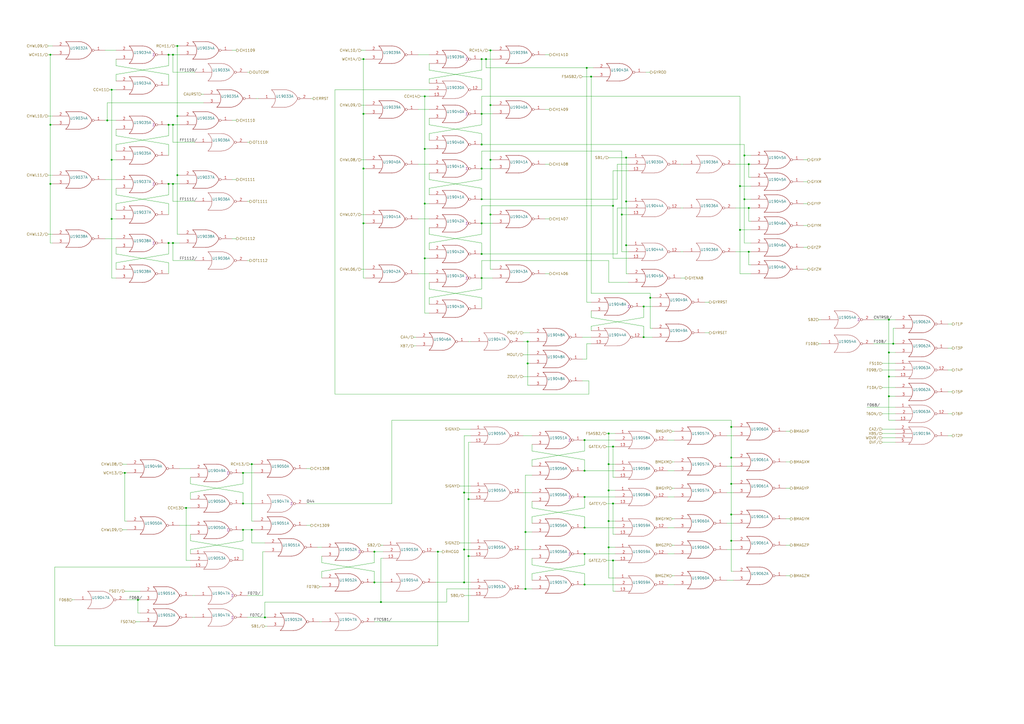
<source format=kicad_sch>
(kicad_sch (version 20211123) (generator eeschema)
  (paper "A2")
  (junction (at 217.17 337.82))
  (junction (at 269.24 337.82))
  (junction (at 29.21 72.39))
  (junction (at 140.97 292.1))
  (junction (at 360.68 124.46))
  (junction (at 339.09 273.05))
  (junction (at 271.78 322.58))
  (junction (at 64.77 92.71))
  (junction (at 100.33 140.97))
  (junction (at 97.79 140.97))
  (junction (at 210.82 97.79))
  (junction (at 29.21 106.68))
  (junction (at 281.94 34.29))
  (junction (at 353.06 251.46))
  (junction (at 340.36 39.37))
  (junction (at 363.22 116.84))
  (junction (at 100.33 31.75))
  (junction (at 279.4 97.79))
  (junction (at 279.4 161.29))
  (junction (at 353.06 284.48))
  (junction (at 377.19 172.72))
  (junction (at 217.17 320.04))
  (junction (at 107.95 294.64))
  (junction (at 279.4 129.54))
  (junction (at 353.06 302.26))
  (junction (at 100.33 106.68))
  (junction (at 373.38 177.8))
  (junction (at 146.05 269.24))
  (junction (at 431.8 115.57))
  (junction (at 220.98 349.25))
  (junction (at 246.38 149.86))
  (junction (at 29.21 31.75))
  (junction (at 62.23 69.85))
  (junction (at 515.62 218.44))
  (junction (at 515.62 229.87))
  (junction (at 100.33 72.39))
  (junction (at 424.18 280.67))
  (junction (at 102.87 101.6))
  (junction (at 339.09 288.29))
  (junction (at 246.38 86.36))
  (junction (at 153.67 358.14))
  (junction (at 140.97 274.32))
  (junction (at 210.82 129.54))
  (junction (at 279.4 34.29))
  (junction (at 97.79 106.68))
  (junction (at 355.6 259.08))
  (junction (at 279.4 147.32))
  (junction (at 304.8 341.63))
  (junction (at 279.4 115.57))
  (junction (at 515.62 185.42))
  (junction (at 279.4 83.82))
  (junction (at 424.18 313.69))
  (junction (at 284.48 29.21))
  (junction (at 515.62 204.47))
  (junction (at 210.82 66.04))
  (junction (at 246.38 118.11))
  (junction (at 102.87 67.31))
  (junction (at 269.24 318.77))
  (junction (at 339.09 339.09))
  (junction (at 424.18 298.45))
  (junction (at 434.34 120.65))
  (junction (at 306.07 198.12))
  (junction (at 64.77 127))
  (junction (at 271.78 289.56))
  (junction (at 254 320.04))
  (junction (at 284.48 60.96))
  (junction (at 373.38 195.58))
  (junction (at 434.34 95.25))
  (junction (at 353.06 317.5))
  (junction (at 431.8 90.17))
  (junction (at 518.16 199.39))
  (junction (at 97.79 72.39))
  (junction (at 355.6 292.1))
  (junction (at 339.09 306.07))
  (junction (at 429.26 107.95))
  (junction (at 434.34 146.05))
  (junction (at 269.24 285.75))
  (junction (at 80.01 347.98))
  (junction (at 339.09 255.27))
  (junction (at 284.48 92.71))
  (junction (at 279.4 66.04))
  (junction (at 342.9 44.45))
  (junction (at 339.09 321.31))
  (junction (at 72.39 274.32))
  (junction (at 246.38 55.88))
  (junction (at 353.06 269.24))
  (junction (at 424.18 247.65))
  (junction (at 64.77 52.07))
  (junction (at 355.6 119.38))
  (junction (at 210.82 34.29))
  (junction (at 424.18 265.43))
  (junction (at 304.8 308.61))
  (junction (at 429.26 133.35))
  (junction (at 140.97 307.34))
  (junction (at 284.48 124.46))
  (junction (at 306.07 210.82))
  (junction (at 363.22 142.24))
  (junction (at 355.6 325.12))
  (junction (at 146.05 307.34))
  (junction (at 97.79 31.75))
  (junction (at 102.87 26.67))
  (junction (at 363.22 91.44))
  (wire (pts (xy 64.77 127) (xy 67.31 127)))
  (wire (pts (xy 353.06 163.83) (xy 364.49 163.83)))
  (wire (pts (xy 518.16 190.5) (xy 518.16 199.39)))
  (wire (pts (xy 279.4 129.54) (xy 285.75 129.54)))
  (wire (pts (xy 308.61 290.83) (xy 308.61 294.64)))
  (wire (pts (xy 246.38 118.11) (xy 246.38 149.86)))
  (wire (pts (xy 210.82 34.29) (xy 210.82 66.04)))
  (wire (pts (xy 397.51 161.29) (xy 394.97 161.29)))
  (wire (pts (xy 269.24 252.73) (xy 269.24 285.75)))
  (wire (pts (xy 303.53 193.04) (xy 307.34 193.04)))
  (wire (pts (xy 377.19 172.72) (xy 378.46 172.72)))
  (wire (pts (xy 339.09 261.62) (xy 308.61 266.7)))
  (wire (pts (xy 519.43 236.22) (xy 502.92 236.22)))
  (wire (pts (xy 97.79 113.03) (xy 67.31 118.11)))
  (wire (pts (xy 104.14 271.78) (xy 110.49 271.78)))
  (wire (pts (xy 29.21 140.97) (xy 30.48 140.97)))
  (wire (pts (xy 279.4 55.88) (xy 429.26 55.88)))
  (wire (pts (xy 97.79 106.68) (xy 100.33 106.68)))
  (wire (pts (xy 72.39 342.9) (xy 81.28 342.9)))
  (wire (pts (xy 64.77 161.29) (xy 67.31 161.29)))
  (wire (pts (xy 363.22 158.75) (xy 364.49 158.75)))
  (wire (pts (xy 246.38 149.86) (xy 246.38 181.61)))
  (wire (pts (xy 519.43 251.46) (xy 511.81 251.46)))
  (wire (pts (xy 339.09 255.27) (xy 356.87 255.27)))
  (wire (pts (xy 153.67 358.14) (xy 153.67 349.25)))
  (wire (pts (xy 279.4 55.88) (xy 279.4 66.04)))
  (wire (pts (xy 424.18 247.65) (xy 424.18 265.43)))
  (wire (pts (xy 62.23 69.85) (xy 67.31 69.85)))
  (wire (pts (xy 29.21 106.68) (xy 30.48 106.68)))
  (wire (pts (xy 353.06 91.44) (xy 363.22 91.44)))
  (wire (pts (xy 279.4 172.72) (xy 248.92 167.64)))
  (wire (pts (xy 303.53 218.44) (xy 307.34 218.44)))
  (wire (pts (xy 271.78 322.58) (xy 271.78 360.68)))
  (wire (pts (xy 424.18 298.45) (xy 424.18 313.69)))
  (wire (pts (xy 146.05 307.34) (xy 146.05 314.96)))
  (wire (pts (xy 102.87 101.6) (xy 102.87 135.89)))
  (wire (pts (xy 269.24 318.77) (xy 269.24 337.82)))
  (wire (pts (xy 431.8 115.57) (xy 435.61 115.57)))
  (wire (pts (xy 97.79 140.97) (xy 100.33 140.97)))
  (wire (pts (xy 377.19 190.5) (xy 378.46 190.5)))
  (wire (pts (xy 387.35 255.27) (xy 391.16 255.27)))
  (wire (pts (xy 97.79 158.75) (xy 97.79 152.4)))
  (wire (pts (xy 29.21 72.39) (xy 29.21 106.68)))
  (wire (pts (xy 342.9 170.18) (xy 377.19 170.18)))
  (wire (pts (xy 209.55 60.96) (xy 212.09 60.96)))
  (wire (pts (xy 194.31 52.07) (xy 248.92 52.07)))
  (wire (pts (xy 304.8 308.61) (xy 304.8 341.63)))
  (wire (pts (xy 41.91 347.98) (xy 43.18 347.98)))
  (wire (pts (xy 552.45 201.93) (xy 549.91 201.93)))
  (wire (pts (xy 97.79 31.75) (xy 100.33 31.75)))
  (wire (pts (xy 424.18 313.69) (xy 424.18 331.47)))
  (wire (pts (xy 140.97 274.32) (xy 140.97 280.67)))
  (wire (pts (xy 107.95 294.64) (xy 107.95 325.12)))
  (wire (pts (xy 391.16 250.19) (xy 389.89 250.19)))
  (wire (pts (xy 515.62 218.44) (xy 515.62 229.87)))
  (wire (pts (xy 29.21 106.68) (xy 29.21 140.97)))
  (wire (pts (xy 217.17 326.39) (xy 186.69 331.47)))
  (wire (pts (xy 363.22 116.84) (xy 363.22 142.24)))
  (wire (pts (xy 180.34 304.8) (xy 177.8 304.8)))
  (wire (pts (xy 248.92 109.22) (xy 248.92 113.03)))
  (wire (pts (xy 377.19 172.72) (xy 377.19 190.5)))
  (wire (pts (xy 355.6 119.38) (xy 355.6 149.86)))
  (wire (pts (xy 248.92 140.97) (xy 248.92 144.78)))
  (wire (pts (xy 80.01 347.98) (xy 80.01 355.6)))
  (wire (pts (xy 363.22 142.24) (xy 363.22 158.75)))
  (wire (pts (xy 279.4 77.47) (xy 248.92 72.39)))
  (wire (pts (xy 284.48 29.21) (xy 284.48 60.96)))
  (wire (pts (xy 271.78 256.54) (xy 271.78 289.56)))
  (wire (pts (xy 304.8 308.61) (xy 308.61 308.61)))
  (wire (pts (xy 552.45 240.03) (xy 549.91 240.03)))
  (wire (pts (xy 342.9 184.15) (xy 342.9 180.34)))
  (wire (pts (xy 373.38 195.58) (xy 378.46 195.58)))
  (wire (pts (xy 340.36 39.37) (xy 340.36 175.26)))
  (wire (pts (xy 308.61 323.85) (xy 308.61 327.66)))
  (wire (pts (xy 394.97 95.25) (xy 396.24 95.25)))
  (wire (pts (xy 72.39 274.32) (xy 72.39 302.26)))
  (wire (pts (xy 246.38 86.36) (xy 246.38 118.11)))
  (wire (pts (xy 337.82 195.58) (xy 342.9 195.58)))
  (wire (pts (xy 64.77 127) (xy 64.77 161.29)))
  (wire (pts (xy 387.35 288.29) (xy 391.16 288.29)))
  (wire (pts (xy 102.87 101.6) (xy 104.14 101.6)))
  (wire (pts (xy 424.18 243.84) (xy 424.18 247.65)))
  (wire (pts (xy 269.24 285.75) (xy 269.24 318.77)))
  (wire (pts (xy 97.79 106.68) (xy 97.79 113.03)))
  (wire (pts (xy 318.77 127) (xy 316.23 127)))
  (wire (pts (xy 209.55 124.46) (xy 212.09 124.46)))
  (wire (pts (xy 279.4 151.13) (xy 353.06 151.13)))
  (wire (pts (xy 318.77 95.25) (xy 316.23 95.25)))
  (wire (pts (xy 515.62 185.42) (xy 519.43 185.42)))
  (wire (pts (xy 97.79 83.82) (xy 67.31 78.74)))
  (wire (pts (xy 394.97 146.05) (xy 396.24 146.05)))
  (wire (pts (xy 80.01 347.98) (xy 81.28 347.98)))
  (wire (pts (xy 29.21 72.39) (xy 30.48 72.39)))
  (wire (pts (xy 273.05 345.44) (xy 269.24 345.44)))
  (wire (pts (xy 284.48 29.21) (xy 285.75 29.21)))
  (wire (pts (xy 146.05 269.24) (xy 146.05 302.26)))
  (wire (pts (xy 144.78 82.55) (xy 143.51 82.55)))
  (wire (pts (xy 552.45 227.33) (xy 549.91 227.33)))
  (wire (pts (xy 279.4 147.32) (xy 358.14 147.32)))
  (wire (pts (xy 387.35 273.05) (xy 391.16 273.05)))
  (wire (pts (xy 78.74 360.68) (xy 81.28 360.68)))
  (wire (pts (xy 107.95 325.12) (xy 110.49 325.12)))
  (wire (pts (xy 110.49 280.67) (xy 110.49 276.86)))
  (wire (pts (xy 431.8 90.17) (xy 431.8 115.57)))
  (wire (pts (xy 279.4 97.79) (xy 285.75 97.79)))
  (wire (pts (xy 100.33 72.39) (xy 104.14 72.39)))
  (wire (pts (xy 306.07 198.12) (xy 306.07 210.82)))
  (wire (pts (xy 248.92 104.14) (xy 248.92 100.33)))
  (wire (pts (xy 259.08 341.63) (xy 273.05 341.63)))
  (wire (pts (xy 468.63 118.11) (xy 466.09 118.11)))
  (wire (pts (xy 515.62 243.84) (xy 519.43 243.84)))
  (wire (pts (xy 515.62 185.42) (xy 515.62 204.47)))
  (wire (pts (xy 552.45 252.73) (xy 549.91 252.73)))
  (wire (pts (xy 271.78 322.58) (xy 273.05 322.58)))
  (wire (pts (xy 97.79 31.75) (xy 97.79 38.1)))
  (wire (pts (xy 80.01 355.6) (xy 81.28 355.6)))
  (wire (pts (xy 339.09 332.74) (xy 339.09 339.09)))
  (wire (pts (xy 279.4 83.82) (xy 279.4 77.47)))
  (wire (pts (xy 391.16 334.01) (xy 389.89 334.01)))
  (wire (pts (xy 242.57 63.5) (xy 248.92 63.5)))
  (wire (pts (xy 152.4 345.44) (xy 152.4 320.04)))
  (wire (pts (xy 306.07 198.12) (xy 307.34 198.12)))
  (wire (pts (xy 339.09 266.7) (xy 339.09 273.05)))
  (wire (pts (xy 303.53 318.77) (xy 308.61 318.77)))
  (wire (pts (xy 474.98 199.39) (xy 476.25 199.39)))
  (wire (pts (xy 353.06 302.26) (xy 353.06 317.5)))
  (wire (pts (xy 144.78 116.84) (xy 143.51 116.84)))
  (wire (pts (xy 519.43 214.63) (xy 511.81 214.63)))
  (wire (pts (xy 281.94 34.29) (xy 281.94 39.37)))
  (wire (pts (xy 308.61 327.66) (xy 339.09 332.74)))
  (wire (pts (xy 266.7 314.96) (xy 273.05 314.96)))
  (wire (pts (xy 266.7 281.94) (xy 273.05 281.94)))
  (wire (pts (xy 60.96 69.85) (xy 62.23 69.85)))
  (wire (pts (xy 279.4 115.57) (xy 279.4 109.22)))
  (wire (pts (xy 97.79 140.97) (xy 97.79 147.32)))
  (wire (pts (xy 279.4 167.64) (xy 248.92 172.72)))
  (wire (pts (xy 519.43 210.82) (xy 511.81 210.82)))
  (wire (pts (xy 351.79 325.12) (xy 355.6 325.12)))
  (wire (pts (xy 186.69 326.39) (xy 186.69 322.58)))
  (wire (pts (xy 140.97 318.77) (xy 110.49 313.69)))
  (wire (pts (xy 31.75 328.93) (xy 31.75 374.65)))
  (wire (pts (xy 64.77 52.07) (xy 67.31 52.07)))
  (wire (pts (xy 411.48 175.26) (xy 408.94 175.26)))
  (wire (pts (xy 303.53 205.74) (xy 307.34 205.74)))
  (wire (pts (xy 340.36 175.26) (xy 342.9 175.26)))
  (wire (pts (xy 421.64 303.53) (xy 425.45 303.53)))
  (wire (pts (xy 185.42 360.68) (xy 186.69 360.68)))
  (wire (pts (xy 304.8 275.59) (xy 308.61 275.59)))
  (wire (pts (xy 279.4 66.04) (xy 279.4 72.39)))
  (wire (pts (xy 72.39 274.32) (xy 73.66 274.32)))
  (wire (pts (xy 246.38 55.88) (xy 248.92 55.88)))
  (wire (pts (xy 100.33 82.55) (xy 100.33 72.39)))
  (wire (pts (xy 254 320.04) (xy 256.54 320.04)))
  (wire (pts (xy 279.4 72.39) (xy 248.92 77.47)))
  (wire (pts (xy 468.63 92.71) (xy 466.09 92.71)))
  (wire (pts (xy 242.57 31.75) (xy 248.92 31.75)))
  (wire (pts (xy 515.62 229.87) (xy 519.43 229.87)))
  (wire (pts (xy 434.34 102.87) (xy 435.61 102.87)))
  (wire (pts (xy 27.94 135.89) (xy 30.48 135.89)))
  (wire (pts (xy 284.48 60.96) (xy 284.48 92.71)))
  (wire (pts (xy 102.87 26.67) (xy 102.87 67.31)))
  (wire (pts (xy 515.62 218.44) (xy 519.43 218.44)))
  (wire (pts (xy 97.79 49.53) (xy 97.79 43.18)))
  (wire (pts (xy 434.34 146.05) (xy 434.34 153.67)))
  (wire (pts (xy 97.79 43.18) (xy 67.31 38.1)))
  (wire (pts (xy 434.34 120.65) (xy 435.61 120.65)))
  (wire (pts (xy 279.4 104.14) (xy 248.92 109.22)))
  (wire (pts (xy 426.72 146.05) (xy 434.34 146.05)))
  (wire (pts (xy 184.15 317.5) (xy 186.69 317.5)))
  (wire (pts (xy 64.77 52.07) (xy 64.77 92.71)))
  (wire (pts (xy 279.4 45.72) (xy 248.92 40.64)))
  (wire (pts (xy 341.63 220.98) (xy 341.63 228.6)))
  (wire (pts (xy 355.6 292.1) (xy 356.87 292.1)))
  (wire (pts (xy 217.17 331.47) (xy 186.69 326.39)))
  (wire (pts (xy 429.26 55.88) (xy 429.26 107.95)))
  (wire (pts (xy 146.05 314.96) (xy 153.67 314.96)))
  (wire (pts (xy 342.9 44.45) (xy 344.17 44.45)))
  (wire (pts (xy 210.82 34.29) (xy 212.09 34.29)))
  (wire (pts (xy 97.79 147.32) (xy 67.31 152.4)))
  (wire (pts (xy 266.7 248.92) (xy 273.05 248.92)))
  (wire (pts (xy 100.33 116.84) (xy 113.03 116.84)))
  (wire (pts (xy 107.95 294.64) (xy 110.49 294.64)))
  (wire (pts (xy 431.8 140.97) (xy 435.61 140.97)))
  (wire (pts (xy 64.77 92.71) (xy 64.77 127)))
  (wire (pts (xy 269.24 285.75) (xy 273.05 285.75)))
  (wire (pts (xy 339.09 321.31) (xy 339.09 327.66)))
  (wire (pts (xy 97.79 124.46) (xy 97.79 118.11)))
  (wire (pts (xy 140.97 313.69) (xy 110.49 318.77)))
  (wire (pts (xy 304.8 341.63) (xy 308.61 341.63)))
  (wire (pts (xy 27.94 101.6) (xy 30.48 101.6)))
  (wire (pts (xy 353.06 302.26) (xy 356.87 302.26)))
  (wire (pts (xy 67.31 83.82) (xy 67.31 87.63)))
  (wire (pts (xy 140.97 280.67) (xy 110.49 285.75)))
  (wire (pts (xy 144.78 41.91) (xy 143.51 41.91)))
  (wire (pts (xy 67.31 118.11) (xy 67.31 121.92)))
  (wire (pts (xy 351.79 251.46) (xy 353.06 251.46)))
  (wire (pts (xy 220.98 349.25) (xy 259.08 349.25)))
  (wire (pts (xy 252.73 337.82) (xy 269.24 337.82)))
  (wire (pts (xy 281.94 34.29) (xy 285.75 34.29)))
  (wire (pts (xy 246.38 86.36) (xy 248.92 86.36)))
  (wire (pts (xy 474.98 185.42) (xy 476.25 185.42)))
  (wire (pts (xy 515.62 204.47) (xy 519.43 204.47)))
  (wire (pts (xy 153.67 358.14) (xy 154.94 358.14)))
  (wire (pts (xy 100.33 31.75) (xy 100.33 41.91)))
  (wire (pts (xy 140.97 274.32) (xy 147.32 274.32)))
  (wire (pts (xy 97.79 118.11) (xy 67.31 113.03)))
  (wire (pts (xy 186.69 331.47) (xy 186.69 335.28)))
  (wire (pts (xy 209.55 34.29) (xy 210.82 34.29)))
  (wire (pts (xy 341.63 228.6) (xy 194.31 228.6)))
  (wire (pts (xy 308.61 266.7) (xy 308.61 270.51)))
  (wire (pts (xy 148.59 57.15) (xy 149.86 57.15)))
  (wire (pts (xy 552.45 187.96) (xy 549.91 187.96)))
  (wire (pts (xy 140.97 325.12) (xy 140.97 318.77)))
  (wire (pts (xy 284.48 60.96) (xy 285.75 60.96)))
  (wire (pts (xy 217.17 320.04) (xy 217.17 326.39)))
  (wire (pts (xy 353.06 151.13) (xy 353.06 163.83)))
  (wire (pts (xy 518.16 199.39) (xy 519.43 199.39)))
  (wire (pts (xy 27.94 67.31) (xy 30.48 67.31)))
  (wire (pts (xy 468.63 143.51) (xy 466.09 143.51)))
  (wire (pts (xy 279.4 109.22) (xy 248.92 104.14)))
  (wire (pts (xy 246.38 181.61) (xy 248.92 181.61)))
  (wire (pts (xy 279.4 151.13) (xy 279.4 161.29)))
  (wire (pts (xy 102.87 135.89) (xy 104.14 135.89)))
  (wire (pts (xy 143.51 345.44) (xy 152.4 345.44)))
  (wire (pts (xy 100.33 31.75) (xy 104.14 31.75)))
  (wire (pts (xy 210.82 66.04) (xy 212.09 66.04)))
  (wire (pts (xy 468.63 130.81) (xy 466.09 130.81)))
  (wire (pts (xy 506.73 199.39) (xy 518.16 199.39)))
  (wire (pts (xy 458.47 283.21) (xy 455.93 283.21)))
  (wire (pts (xy 387.35 339.09) (xy 391.16 339.09)))
  (wire (pts (xy 147.32 292.1) (xy 140.97 292.1)))
  (wire (pts (xy 377.19 41.91) (xy 374.65 41.91)))
  (wire (pts (xy 271.78 198.12) (xy 273.05 198.12)))
  (wire (pts (xy 424.18 265.43) (xy 425.45 265.43)))
  (wire (pts (xy 458.47 250.19) (xy 455.93 250.19)))
  (wire (pts (xy 373.38 177.8) (xy 373.38 184.15)))
  (wire (pts (xy 431.8 83.82) (xy 431.8 90.17)))
  (wire (pts (xy 360.68 146.05) (xy 364.49 146.05)))
  (wire (pts (xy 355.6 99.06) (xy 364.49 99.06)))
  (wire (pts (xy 67.31 38.1) (xy 67.31 34.29)))
  (wire (pts (xy 353.06 284.48) (xy 356.87 284.48)))
  (wire (pts (xy 434.34 95.25) (xy 435.61 95.25)))
  (wire (pts (xy 458.47 316.23) (xy 455.93 316.23)))
  (wire (pts (xy 97.79 78.74) (xy 67.31 83.82)))
  (wire (pts (xy 279.4 83.82) (xy 431.8 83.82)))
  (wire (pts (xy 304.8 275.59) (xy 304.8 308.61)))
  (wire (pts (xy 377.19 170.18) (xy 377.19 172.72)))
  (wire (pts (xy 337.82 208.28) (xy 340.36 208.28)))
  (wire (pts (xy 279.4 119.38) (xy 279.4 129.54)))
  (wire (pts (xy 363.22 142.24) (xy 364.49 142.24)))
  (wire (pts (xy 339.09 273.05) (xy 356.87 273.05)))
  (wire (pts (xy 269.24 318.77) (xy 273.05 318.77)))
  (wire (pts (xy 283.21 29.21) (xy 284.48 29.21)))
  (wire (pts (xy 140.97 307.34) (xy 140.97 313.69)))
  (wire (pts (xy 351.79 292.1) (xy 355.6 292.1)))
  (wire (pts (xy 355.6 99.06) (xy 355.6 119.38)))
  (wire (pts (xy 353.06 269.24) (xy 353.06 284.48)))
  (wire (pts (xy 355.6 325.12) (xy 356.87 325.12)))
  (wire (pts (xy 353.06 251.46) (xy 353.06 269.24)))
  (wire (pts (xy 355.6 149.86) (xy 364.49 149.86)))
  (wire (pts (xy 339.09 327.66) (xy 308.61 332.74)))
  (wire (pts (xy 248.92 172.72) (xy 248.92 176.53)))
  (wire (pts (xy 279.4 34.29) (xy 279.4 40.64)))
  (wire (pts (xy 100.33 41.91) (xy 113.03 41.91)))
  (wire (pts (xy 248.92 45.72) (xy 248.92 48.26)))
  (wire (pts (xy 217.17 320.04) (xy 222.25 320.04)))
  (wire (pts (xy 421.64 318.77) (xy 425.45 318.77)))
  (wire (pts (xy 351.79 259.08) (xy 355.6 259.08)))
  (wire (pts (xy 279.4 115.57) (xy 358.14 115.57)))
  (wire (pts (xy 100.33 82.55) (xy 113.03 82.55)))
  (wire (pts (xy 458.47 267.97) (xy 455.93 267.97)))
  (wire (pts (xy 279.4 87.63) (xy 279.4 97.79)))
  (wire (pts (xy 303.53 285.75) (xy 308.61 285.75)))
  (wire (pts (xy 434.34 120.65) (xy 434.34 128.27)))
  (wire (pts (xy 180.34 271.78) (xy 177.8 271.78)))
  (wire (pts (xy 426.72 95.25) (xy 434.34 95.25)))
  (wire (pts (xy 71.12 274.32) (xy 72.39 274.32)))
  (wire (pts (xy 279.4 140.97) (xy 248.92 135.89)))
  (wire (pts (xy 209.55 156.21) (xy 212.09 156.21)))
  (wire (pts (xy 242.57 95.25) (xy 248.92 95.25)))
  (wire (pts (xy 318.77 63.5) (xy 316.23 63.5)))
  (wire (pts (xy 153.67 363.22) (xy 154.94 363.22)))
  (wire (pts (xy 340.36 39.37) (xy 344.17 39.37)))
  (wire (pts (xy 240.03 200.66) (xy 241.3 200.66)))
  (wire (pts (xy 220.98 323.85) (xy 222.25 323.85)))
  (wire (pts (xy 394.97 120.65) (xy 396.24 120.65)))
  (wire (pts (xy 373.38 177.8) (xy 378.46 177.8)))
  (wire (pts (xy 424.18 247.65) (xy 425.45 247.65)))
  (wire (pts (xy 71.12 307.34) (xy 73.66 307.34)))
  (wire (pts (xy 355.6 342.9) (xy 356.87 342.9)))
  (wire (pts (xy 458.47 334.01) (xy 455.93 334.01)))
  (wire (pts (xy 519.43 240.03) (xy 511.81 240.03)))
  (wire (pts (xy 73.66 347.98) (xy 80.01 347.98)))
  (wire (pts (xy 279.4 97.79) (xy 279.4 104.14)))
  (wire (pts (xy 67.31 113.03) (xy 67.31 109.22)))
  (wire (pts (xy 29.21 31.75) (xy 30.48 31.75)))
  (wire (pts (xy 284.48 124.46) (xy 285.75 124.46)))
  (wire (pts (xy 140.97 292.1) (xy 140.97 285.75)))
  (wire (pts (xy 146.05 302.26) (xy 147.32 302.26)))
  (wire (pts (xy 110.49 328.93) (xy 31.75 328.93)))
  (wire (pts (xy 306.07 210.82) (xy 307.34 210.82)))
  (wire (pts (xy 303.53 341.63) (xy 304.8 341.63)))
  (wire (pts (xy 279.4 129.54) (xy 279.4 135.89)))
  (wire (pts (xy 60.96 104.14) (xy 67.31 104.14)))
  (wire (pts (xy 222.25 316.23) (xy 220.98 316.23)))
  (wire (pts (xy 110.49 285.75) (xy 110.49 289.56)))
  (wire (pts (xy 217.17 337.82) (xy 222.25 337.82)))
  (wire (pts (xy 355.6 309.88) (xy 356.87 309.88)))
  (wire (pts (xy 424.18 298.45) (xy 425.45 298.45)))
  (wire (pts (xy 434.34 128.27) (xy 435.61 128.27)))
  (wire (pts (xy 355.6 259.08) (xy 355.6 276.86)))
  (wire (pts (xy 146.05 269.24) (xy 147.32 269.24)))
  (wire (pts (xy 308.61 261.62) (xy 339.09 266.7)))
  (wire (pts (xy 246.38 149.86) (xy 248.92 149.86)))
  (wire (pts (xy 64.77 92.71) (xy 67.31 92.71)))
  (wire (pts (xy 342.9 44.45) (xy 342.9 170.18)))
  (wire (pts (xy 246.38 118.11) (xy 248.92 118.11)))
  (wire (pts (xy 353.06 335.28) (xy 356.87 335.28)))
  (wire (pts (xy 110.49 313.69) (xy 110.49 309.88)))
  (wire (pts (xy 62.23 59.69) (xy 118.11 59.69)))
  (wire (pts (xy 339.09 255.27) (xy 339.09 261.62)))
  (wire (pts (xy 210.82 161.29) (xy 212.09 161.29)))
  (wire (pts (xy 358.14 115.57) (xy 358.14 95.25)))
  (wire (pts (xy 434.34 153.67) (xy 435.61 153.67)))
  (wire (pts (xy 242.57 127) (xy 248.92 127)))
  (wire (pts (xy 339.09 339.09) (xy 356.87 339.09)))
  (wire (pts (xy 339.09 306.07) (xy 356.87 306.07)))
  (wire (pts (xy 177.8 292.1) (xy 227.33 292.1)))
  (wire (pts (xy 421.64 336.55) (xy 425.45 336.55)))
  (wire (pts (xy 373.38 184.15) (xy 342.9 189.23)))
  (wire (pts (xy 140.97 307.34) (xy 146.05 307.34)))
  (wire (pts (xy 210.82 129.54) (xy 212.09 129.54)))
  (wire (pts (xy 240.03 195.58) (xy 241.3 195.58)))
  (wire (pts (xy 271.78 289.56) (xy 273.05 289.56)))
  (wire (pts (xy 60.96 29.21) (xy 67.31 29.21)))
  (wire (pts (xy 339.09 299.72) (xy 339.09 306.07)))
  (wire (pts (xy 97.79 72.39) (xy 100.33 72.39)))
  (wire (pts (xy 279.4 66.04) (xy 285.75 66.04)))
  (wire (pts (xy 353.06 269.24) (xy 356.87 269.24)))
  (wire (pts (xy 363.22 116.84) (xy 364.49 116.84)))
  (wire (pts (xy 519.43 256.54) (xy 511.81 256.54)))
  (wire (pts (xy 519.43 224.79) (xy 511.81 224.79)))
  (wire (pts (xy 431.8 90.17) (xy 435.61 90.17)))
  (wire (pts (xy 243.84 55.88) (xy 246.38 55.88)))
  (wire (pts (xy 248.92 77.47) (xy 248.92 81.28)))
  (wire (pts (xy 339.09 294.64) (xy 308.61 299.72)))
  (wire (pts (xy 363.22 91.44) (xy 363.22 116.84)))
  (wire (pts (xy 110.49 318.77) (xy 110.49 321.31)))
  (wire (pts (xy 353.06 317.5) (xy 356.87 317.5)))
  (wire (pts (xy 284.48 92.71) (xy 284.48 124.46)))
  (wire (pts (xy 67.31 147.32) (xy 67.31 143.51)))
  (wire (pts (xy 337.82 220.98) (xy 341.63 220.98)))
  (wire (pts (xy 468.63 156.21) (xy 466.09 156.21)))
  (wire (pts (xy 434.34 146.05) (xy 435.61 146.05)))
  (wire (pts (xy 339.09 288.29) (xy 356.87 288.29)))
  (wire (pts (xy 227.33 243.84) (xy 424.18 243.84)))
  (wire (pts (xy 279.4 87.63) (xy 360.68 87.63)))
  (wire (pts (xy 27.94 31.75) (xy 29.21 31.75)))
  (wire (pts (xy 242.57 158.75) (xy 248.92 158.75)))
  (wire (pts (xy 279.4 34.29) (xy 281.94 34.29)))
  (wire (pts (xy 100.33 151.13) (xy 113.03 151.13)))
  (wire (pts (xy 146.05 307.34) (xy 147.32 307.34)))
  (wire (pts (xy 342.9 189.23) (xy 342.9 191.77)))
  (wire (pts (xy 97.79 152.4) (xy 67.31 147.32)))
  (wire (pts (xy 515.62 229.87) (xy 515.62 243.84)))
  (wire (pts (xy 71.12 269.24) (xy 73.66 269.24)))
  (wire (pts (xy 506.73 185.42) (xy 515.62 185.42)))
  (wire (pts (xy 360.68 87.63) (xy 360.68 124.46)))
  (wire (pts (xy 308.61 332.74) (xy 308.61 336.55)))
  (wire (pts (xy 137.16 104.14) (xy 134.62 104.14)))
  (wire (pts (xy 210.82 97.79) (xy 212.09 97.79)))
  (wire (pts (xy 67.31 152.4) (xy 67.31 156.21)))
  (wire (pts (xy 306.07 210.82) (xy 306.07 223.52)))
  (wire (pts (xy 355.6 292.1) (xy 355.6 309.88)))
  (wire (pts (xy 271.78 289.56) (xy 271.78 322.58)))
  (wire (pts (xy 429.26 133.35) (xy 435.61 133.35)))
  (wire (pts (xy 144.78 151.13) (xy 143.51 151.13)))
  (wire (pts (xy 194.31 228.6) (xy 194.31 52.07)))
  (wire (pts (xy 271.78 256.54) (xy 273.05 256.54)))
  (wire (pts (xy 279.4 179.07) (xy 279.4 172.72)))
  (wire (pts (xy 340.36 199.39) (xy 342.9 199.39)))
  (wire (pts (xy 308.61 299.72) (xy 308.61 303.53)))
  (wire (pts (xy 252.73 320.04) (xy 254 320.04)))
  (wire (pts (xy 353.06 284.48) (xy 353.06 302.26)))
  (wire (pts (xy 210.82 97.79) (xy 210.82 129.54)))
  (wire (pts (xy 279.4 119.38) (xy 355.6 119.38)))
  (wire (pts (xy 411.48 193.04) (xy 408.94 193.04)))
  (wire (pts (xy 210.82 129.54) (xy 210.82 161.29)))
  (wire (pts (xy 185.42 340.36) (xy 186.69 340.36)))
  (wire (pts (xy 355.6 276.86) (xy 356.87 276.86)))
  (wire (pts (xy 552.45 214.63) (xy 549.91 214.63)))
  (wire (pts (xy 358.14 95.25) (xy 364.49 95.25)))
  (wire (pts (xy 152.4 320.04) (xy 153.67 320.04)))
  (wire (pts (xy 358.14 120.65) (xy 364.49 120.65)))
  (wire (pts (xy 137.16 138.43) (xy 134.62 138.43)))
  (wire (pts (xy 429.26 107.95) (xy 435.61 107.95)))
  (wire (pts (xy 111.76 358.14) (xy 113.03 358.14)))
  (wire (pts (xy 391.16 267.97) (xy 389.89 267.97)))
  (wire (pts (xy 279.4 161.29) (xy 285.75 161.29)))
  (wire (pts (xy 279.4 135.89) (xy 248.92 140.97)))
  (wire (pts (xy 271.78 360.68) (xy 217.17 360.68)))
  (wire (pts (xy 434.34 95.25) (xy 434.34 102.87)))
  (wire (pts (xy 424.18 313.69) (xy 425.45 313.69)))
  (wire (pts (xy 519.43 254) (xy 511.81 254)))
  (wire (pts (xy 353.06 317.5) (xy 353.06 335.28)))
  (wire (pts (xy 143.51 358.14) (xy 153.67 358.14)))
  (wire (pts (xy 318.77 158.75) (xy 316.23 158.75)))
  (wire (pts (xy 279.4 40.64) (xy 248.92 45.72)))
  (wire (pts (xy 248.92 40.64) (xy 248.92 36.83)))
  (wire (pts (xy 279.4 161.29) (xy 279.4 167.64)))
  (wire (pts (xy 391.16 283.21) (xy 389.89 283.21)))
  (wire (pts (xy 246.38 55.88) (xy 246.38 86.36)))
  (wire (pts (xy 373.38 189.23) (xy 342.9 184.15)))
  (wire (pts (xy 111.76 345.44) (xy 113.03 345.44)))
  (wire (pts (xy 269.24 337.82) (xy 273.05 337.82)))
  (wire (pts (xy 279.4 147.32) (xy 279.4 140.97)))
  (wire (pts (xy 355.6 259.08) (xy 356.87 259.08)))
  (wire (pts (xy 227.33 292.1) (xy 227.33 243.84)))
  (wire (pts (xy 431.8 115.57) (xy 431.8 140.97)))
  (wire (pts (xy 63.5 52.07) (xy 64.77 52.07)))
  (wire (pts (xy 254 374.65) (xy 254 320.04)))
  (wire (pts (xy 284.48 124.46) (xy 284.48 156.21)))
  (wire (pts (xy 373.38 195.58) (xy 373.38 189.23)))
  (wire (pts (xy 279.4 52.07) (xy 279.4 45.72)))
  (wire (pts (xy 355.6 325.12) (xy 355.6 342.9)))
  (wire (pts (xy 209.55 29.21) (xy 212.09 29.21)))
  (wire (pts (xy 363.22 91.44) (xy 364.49 91.44)))
  (wire (pts (xy 144.78 269.24) (xy 146.05 269.24)))
  (wire (pts (xy 102.87 67.31) (xy 102.87 101.6)))
  (wire (pts (xy 140.97 285.75) (xy 110.49 280.67)))
  (wire (pts (xy 27.94 26.67) (xy 30.48 26.67)))
  (wire (pts (xy 424.18 280.67) (xy 425.45 280.67)))
  (wire (pts (xy 284.48 92.71) (xy 285.75 92.71)))
  (wire (pts (xy 67.31 43.18) (xy 67.31 46.99)))
  (wire (pts (xy 429.26 133.35) (xy 429.26 158.75)))
  (wire (pts (xy 424.18 265.43) (xy 424.18 280.67)))
  (wire (pts (xy 220.98 349.25) (xy 220.98 323.85)))
  (wire (pts (xy 248.92 167.64) (xy 248.92 163.83)))
  (wire (pts (xy 387.35 321.31) (xy 391.16 321.31)))
  (wire (pts (xy 339.09 288.29) (xy 339.09 294.64)))
  (wire (pts (xy 515.62 204.47) (xy 515.62 218.44)))
  (wire (pts (xy 153.67 349.25) (xy 220.98 349.25)))
  (wire (pts (xy 62.23 69.85) (xy 62.23 59.69)))
  (wire (pts (xy 104.14 304.8) (xy 110.49 304.8)))
  (wire (pts (xy 421.64 285.75) (xy 425.45 285.75)))
  (wire (pts (xy 339.09 321.31) (xy 356.87 321.31)))
  (wire (pts (xy 306.07 223.52) (xy 307.34 223.52)))
  (wire (pts (xy 429.26 158.75) (xy 435.61 158.75)))
  (wire (pts (xy 391.16 316.23) (xy 389.89 316.23)))
  (wire (pts (xy 100.33 116.84) (xy 100.33 106.68)))
  (wire (pts (xy 318.77 31.75) (xy 316.23 31.75)))
  (wire (pts (xy 337.82 44.45) (xy 342.9 44.45)))
  (wire (pts (xy 424.18 331.47) (xy 425.45 331.47)))
  (wire (pts (xy 421.64 252.73) (xy 425.45 252.73)))
  (wire (pts (xy 67.31 78.74) (xy 67.31 74.93)))
  (wire (pts (xy 248.92 72.39) (xy 248.92 68.58)))
  (wire (pts (xy 360.68 124.46) (xy 360.68 146.05)))
  (wire (pts (xy 303.53 252.73) (xy 308.61 252.73)))
  (wire (pts (xy 137.16 69.85) (xy 134.62 69.85)))
  (wire (pts (xy 259.08 349.25) (xy 259.08 341.63)))
  (wire (pts (xy 137.16 29.21) (xy 134.62 29.21)))
  (wire (pts (xy 102.87 67.31) (xy 104.14 67.31)))
  (wire (pts (xy 101.6 26.67) (xy 102.87 26.67)))
  (wire (pts (xy 269.24 252.73) (xy 273.05 252.73)))
  (wire (pts (xy 340.36 208.28) (xy 340.36 199.39)))
  (wire (pts (xy 387.35 306.07) (xy 391.16 306.07)))
  (wire (pts (xy 458.47 300.99) (xy 455.93 300.99)))
  (wire (pts (xy 303.53 198.12) (xy 306.07 198.12)))
  (wire (pts (xy 97.79 90.17) (xy 97.79 83.82)))
  (wire (pts (xy 308.61 294.64) (xy 339.09 299.72)))
  (wire (pts (xy 217.17 337.82) (xy 217.17 331.47)))
  (wire (pts (xy 360.68 124.46) (xy 364.49 124.46)))
  (wire (pts (xy 429.26 107.95) (xy 429.26 133.35)))
  (wire (pts (xy 358.14 147.32) (xy 358.14 120.65)))
  (wire (pts (xy 468.63 105.41) (xy 466.09 105.41)))
  (wire (pts (xy 308.61 257.81) (xy 308.61 261.62)))
  (wire (pts (xy 519.43 190.5) (xy 518.16 190.5)))
  (wire (pts (xy 210.82 66.04) (xy 210.82 97.79)))
  (wire (pts (xy 248.92 135.89) (xy 248.92 132.08)))
  (wire (pts (xy 100.33 140.97) (xy 104.14 140.97)))
  (wire (pts (xy 181.61 57.15) (xy 180.34 57.15)))
  (wire (pts (xy 60.96 138.43) (xy 67.31 138.43)))
  (wire (pts (xy 424.18 280.67) (xy 424.18 298.45)))
  (wire (pts (xy 31.75 374.65) (xy 254 374.65)))
  (wire (pts (xy 421.64 270.51) (xy 425.45 270.51)))
  (wire (pts (xy 100.33 151.13) (xy 100.33 140.97)))
  (wire (pts (xy 100.33 106.68) (xy 104.14 106.68)))
  (wire (pts (xy 391.16 300.99) (xy 389.89 300.99)))
  (wire (pts (xy 284.48 156.21) (xy 285.75 156.21)))
  (wire (pts (xy 97.79 38.1) (xy 67.31 43.18)))
  (wire (pts (xy 426.72 120.65) (xy 434.34 120.65)))
  (wire (pts (xy 72.39 302.26) (xy 73.66 302.26)))
  (wire (pts (xy 97.79 72.39) (xy 97.79 78.74)))
  (wire (pts (xy 353.06 251.46) (xy 356.87 251.46)))
  (wire (pts (xy 519.43 248.92) (xy 511.81 248.92)))
  (wire (pts (xy 118.11 54.61) (xy 116.84 54.61)))
  (wire (pts (xy 209.55 92.71) (xy 212.09 92.71)))
  (wire (pts (xy 106.68 294.64) (xy 107.95 294.64)))
  (wire (pts (xy 281.94 39.37) (xy 340.36 39.37)))
  (wire (pts (xy 29.21 31.75) (xy 29.21 72.39)))
  (wire (pts (xy 102.87 26.67) (xy 104.14 26.67)))
  (label "F7CSB1/" (at 227.33 360.68 180) (effects (font (size 1.524 1.524))))
  (label "O44" (at 177.8 292.1 0) (effects (font (size 1.524 1.524))))
  (label "F06B/" (at 502.92 236.22 0) (effects (font (size 1.524 1.524))))
  (label "CNTRSB/" (at 506.73 185.42 0) (effects (font (size 1.524 1.524))))
  (label "FF1110/" (at 104.14 82.55 0) (effects (font (size 1.524 1.524))))
  (label "F06B/" (at 74.93 347.98 0) (effects (font (size 1.524 1.524))))
  (label "F07D/" (at 151.13 345.44 180) (effects (font (size 1.524 1.524))))
  (label "F07C/" (at 152.4 358.14 180) (effects (font (size 1.524 1.524))))
  (label "F10B/" (at 506.73 199.39 0) (effects (font (size 1.524 1.524))))
  (label "FF1111/" (at 104.14 116.84 0) (effects (font (size 1.524 1.524))))
  (label "FF1109/" (at 104.14 41.91 0) (effects (font (size 1.524 1.524))))
  (label "FF1112/" (at 104.14 151.13 0) (effects (font (size 1.524 1.524))))
  (hierarchical_label "GYRRST" (shape output) (at 411.48 175.26 0) (effects (font (size 1.524 1.524))))
  (hierarchical_label "OUTCOM" (shape output) (at 144.78 41.91 0) (effects (font (size 1.524 1.524))))
  (hierarchical_label "ZOUT/" (shape input) (at 303.53 218.44 180) (effects (font (size 1.524 1.524))))
  (hierarchical_label "CH1406" (shape output) (at 318.77 158.75 0) (effects (font (size 1.524 1.524))))
  (hierarchical_label "F10A/" (shape input) (at 511.81 224.79 180) (effects (font (size 1.524 1.524))))
  (hierarchical_label "GYYP" (shape output) (at 468.63 118.11 0) (effects (font (size 1.524 1.524))))
  (hierarchical_label "CHWL12/" (shape input) (at 27.94 135.89 180) (effects (font (size 1.524 1.524))))
  (hierarchical_label "CH1112" (shape output) (at 137.16 138.43 0) (effects (font (size 1.524 1.524))))
  (hierarchical_label "CHWL06/" (shape input) (at 209.55 156.21 180) (effects (font (size 1.524 1.524))))
  (hierarchical_label "SB1/" (shape input) (at 353.06 91.44 180) (effects (font (size 1.524 1.524))))
  (hierarchical_label "CCH13" (shape input) (at 106.68 294.64 180) (effects (font (size 1.524 1.524))))
  (hierarchical_label "GATEX/" (shape input) (at 351.79 259.08 180) (effects (font (size 1.524 1.524))))
  (hierarchical_label "GATEZ/" (shape input) (at 351.79 325.12 180) (effects (font (size 1.524 1.524))))
  (hierarchical_label "CA4/" (shape input) (at 240.03 195.58 180) (effects (font (size 1.524 1.524))))
  (hierarchical_label "CH1409" (shape output) (at 318.77 63.5 0) (effects (font (size 1.524 1.524))))
  (hierarchical_label "OVF/" (shape input) (at 511.81 256.54 180) (effects (font (size 1.524 1.524))))
  (hierarchical_label "BMAGZM" (shape output) (at 458.47 334.01 0) (effects (font (size 1.524 1.524))))
  (hierarchical_label "OT1111" (shape output) (at 144.78 116.84 0) (effects (font (size 1.524 1.524))))
  (hierarchical_label "CH1408" (shape output) (at 318.77 95.25 0) (effects (font (size 1.524 1.524))))
  (hierarchical_label "CA2/" (shape input) (at 511.81 248.92 180) (effects (font (size 1.524 1.524))))
  (hierarchical_label "RCH14/" (shape input) (at 283.21 29.21 180) (effects (font (size 1.524 1.524))))
  (hierarchical_label "CAURST" (shape input) (at 116.84 54.61 180) (effects (font (size 1.524 1.524))))
  (hierarchical_label "RHCGO" (shape output) (at 256.54 320.04 0) (effects (font (size 1.524 1.524))))
  (hierarchical_label "FS07A" (shape input) (at 78.74 360.68 180) (effects (font (size 1.524 1.524))))
  (hierarchical_label "GATEY/" (shape input) (at 351.79 292.1 180) (effects (font (size 1.524 1.524))))
  (hierarchical_label "F10B" (shape input) (at 474.98 199.39 180) (effects (font (size 1.524 1.524))))
  (hierarchical_label "CH1309" (shape output) (at 180.34 304.8 0) (effects (font (size 1.524 1.524))))
  (hierarchical_label "BMGYP" (shape input) (at 389.89 283.21 180) (effects (font (size 1.524 1.524))))
  (hierarchical_label "SB2" (shape input) (at 474.98 185.42 180) (effects (font (size 1.524 1.524))))
  (hierarchical_label "SIGNX" (shape input) (at 266.7 248.92 180) (effects (font (size 1.524 1.524))))
  (hierarchical_label "BMGZM" (shape input) (at 389.89 334.01 180) (effects (font (size 1.524 1.524))))
  (hierarchical_label "GYRSET" (shape output) (at 411.48 193.04 0) (effects (font (size 1.524 1.524))))
  (hierarchical_label "CHWL09/" (shape input) (at 209.55 60.96 180) (effects (font (size 1.524 1.524))))
  (hierarchical_label "SIGNY" (shape input) (at 266.7 281.94 180) (effects (font (size 1.524 1.524))))
  (hierarchical_label "WCH14/" (shape input) (at 209.55 34.29 180) (effects (font (size 1.524 1.524))))
  (hierarchical_label "RCH13/" (shape input) (at 144.78 269.24 180) (effects (font (size 1.524 1.524))))
  (hierarchical_label "BMGXP" (shape input) (at 389.89 250.19 180) (effects (font (size 1.524 1.524))))
  (hierarchical_label "FS10" (shape input) (at 511.81 210.82 180) (effects (font (size 1.524 1.524))))
  (hierarchical_label "T1P" (shape output) (at 552.45 187.96 0) (effects (font (size 1.524 1.524))))
  (hierarchical_label "T5P" (shape output) (at 552.45 227.33 0) (effects (font (size 1.524 1.524))))
  (hierarchical_label "GYZM" (shape output) (at 468.63 156.21 0) (effects (font (size 1.524 1.524))))
  (hierarchical_label "MOUT/" (shape input) (at 303.53 205.74 180) (effects (font (size 1.524 1.524))))
  (hierarchical_label "GYYM" (shape output) (at 468.63 130.81 0) (effects (font (size 1.524 1.524))))
  (hierarchical_label "GYXP" (shape output) (at 468.63 92.71 0) (effects (font (size 1.524 1.524))))
  (hierarchical_label "OT1112" (shape output) (at 144.78 151.13 0) (effects (font (size 1.524 1.524))))
  (hierarchical_label "BMAGYP" (shape output) (at 458.47 283.21 0) (effects (font (size 1.524 1.524))))
  (hierarchical_label "SB2/" (shape input) (at 220.98 316.23 180) (effects (font (size 1.524 1.524))))
  (hierarchical_label "BMAGZP" (shape output) (at 458.47 316.23 0) (effects (font (size 1.524 1.524))))
  (hierarchical_label "CH1407" (shape output) (at 318.77 127 0) (effects (font (size 1.524 1.524))))
  (hierarchical_label "CHWL11/" (shape input) (at 27.94 101.6 180) (effects (font (size 1.524 1.524))))
  (hierarchical_label "CHWL09/" (shape input) (at 71.12 307.34 180) (effects (font (size 1.524 1.524))))
  (hierarchical_label "F09B/" (shape input) (at 511.81 214.63 180) (effects (font (size 1.524 1.524))))
  (hierarchical_label "GYXM" (shape output) (at 468.63 105.41 0) (effects (font (size 1.524 1.524))))
  (hierarchical_label "XB5/" (shape input) (at 511.81 251.46 180) (effects (font (size 1.524 1.524))))
  (hierarchical_label "CHWL08/" (shape input) (at 209.55 92.71 180) (effects (font (size 1.524 1.524))))
  (hierarchical_label "CCH11" (shape input) (at 63.5 52.07 180) (effects (font (size 1.524 1.524))))
  (hierarchical_label "BMGZP" (shape input) (at 389.89 316.23 180) (effects (font (size 1.524 1.524))))
  (hierarchical_label "F06B" (shape input) (at 41.91 347.98 180) (effects (font (size 1.524 1.524))))
  (hierarchical_label "GYZP" (shape output) (at 468.63 143.51 0) (effects (font (size 1.524 1.524))))
  (hierarchical_label "ERRST" (shape output) (at 181.61 57.15 0) (effects (font (size 1.524 1.524))))
  (hierarchical_label "CH1109" (shape output) (at 137.16 29.21 0) (effects (font (size 1.524 1.524))))
  (hierarchical_label "CH1308" (shape output) (at 180.34 271.78 0) (effects (font (size 1.524 1.524))))
  (hierarchical_label "CH1111" (shape output) (at 137.16 104.14 0) (effects (font (size 1.524 1.524))))
  (hierarchical_label "F07B" (shape input) (at 185.42 340.36 180) (effects (font (size 1.524 1.524))))
  (hierarchical_label "F5ASB2/" (shape input) (at 351.79 251.46 180) (effects (font (size 1.524 1.524))))
  (hierarchical_label "CHWL10/" (shape input) (at 209.55 29.21 180) (effects (font (size 1.524 1.524))))
  (hierarchical_label "SB0/" (shape input) (at 269.24 345.44 180) (effects (font (size 1.524 1.524))))
  (hierarchical_label "SIGNZ" (shape input) (at 266.7 314.96 180) (effects (font (size 1.524 1.524))))
  (hierarchical_label "CHWL10/" (shape input) (at 27.94 67.31 180) (effects (font (size 1.524 1.524))))
  (hierarchical_label "T2P" (shape output) (at 552.45 252.73 0) (effects (font (size 1.524 1.524))))
  (hierarchical_label "FS07/" (shape input) (at 72.39 342.9 180) (effects (font (size 1.524 1.524))))
  (hierarchical_label "RCH11/" (shape input) (at 101.6 26.67 180) (effects (font (size 1.524 1.524))))
  (hierarchical_label "BMAGYM" (shape output) (at 458.47 300.99 0) (effects (font (size 1.524 1.524))))
  (hierarchical_label "CCH14" (shape input) (at 243.84 55.88 180) (effects (font (size 1.524 1.524))))
  (hierarchical_label "CHWL07/" (shape input) (at 209.55 124.46 180) (effects (font (size 1.524 1.524))))
  (hierarchical_label "BMAGXP" (shape output) (at 458.47 250.19 0) (effects (font (size 1.524 1.524))))
  (hierarchical_label "XB7/" (shape input) (at 240.03 200.66 180) (effects (font (size 1.524 1.524))))
  (hierarchical_label "BMAGXM" (shape output) (at 458.47 267.97 0) (effects (font (size 1.524 1.524))))
  (hierarchical_label "BMGYM" (shape input) (at 389.89 300.99 180) (effects (font (size 1.524 1.524))))
  (hierarchical_label "GYENAB" (shape output) (at 397.51 161.29 0) (effects (font (size 1.524 1.524))))
  (hierarchical_label "GYROD" (shape output) (at 377.19 41.91 0) (effects (font (size 1.524 1.524))))
  (hierarchical_label "WCH11/" (shape input) (at 27.94 31.75 180) (effects (font (size 1.524 1.524))))
  (hierarchical_label "T4P" (shape output) (at 552.45 214.63 0) (effects (font (size 1.524 1.524))))
  (hierarchical_label "F5ASB2/" (shape input) (at 337.82 44.45 180) (effects (font (size 1.524 1.524))))
  (hierarchical_label "CHWL08/" (shape input) (at 71.12 269.24 180) (effects (font (size 1.524 1.524))))
  (hierarchical_label "WCH13/" (shape input) (at 71.12 274.32 180) (effects (font (size 1.524 1.524))))
  (hierarchical_label "OT1110" (shape output) (at 144.78 82.55 0) (effects (font (size 1.524 1.524))))
  (hierarchical_label "CH1410" (shape output) (at 318.77 31.75 0) (effects (font (size 1.524 1.524))))
  (hierarchical_label "CH1110" (shape output) (at 137.16 69.85 0) (effects (font (size 1.524 1.524))))
  (hierarchical_label "CHWL09/" (shape input) (at 27.94 26.67 180) (effects (font (size 1.524 1.524))))
  (hierarchical_label "T6ON/" (shape input) (at 511.81 240.03 180) (effects (font (size 1.524 1.524))))
  (hierarchical_label "BMGXM" (shape input) (at 389.89 267.97 180) (effects (font (size 1.524 1.524))))
  (hierarchical_label "POUT/" (shape input) (at 303.53 193.04 180) (effects (font (size 1.524 1.524))))
  (hierarchical_label "T3P" (shape output) (at 552.45 201.93 0) (effects (font (size 1.524 1.524))))
  (hierarchical_label "WOVR/" (shape input) (at 511.81 254 180) (effects (font (size 1.524 1.524))))
  (hierarchical_label "SB1/" (shape input) (at 153.67 363.22 180) (effects (font (size 1.524 1.524))))
  (hierarchical_label "T6P" (shape output) (at 552.45 240.03 0) (effects (font (size 1.524 1.524))))
  (symbol (lib_id "agc_kicad_components:74HC02") (at 45.72 29.21 0)
    (property "Reference" "U19032" (at 45.72 27.94 0) (effects (font (size 1.524 1.524))))
    (property "Value" "74HC02" (effects hide))
  )
  (symbol (lib_id "agc_kicad_components:74HC02") (at 82.55 31.75 0)
    (property "Reference" "U19034" (at 82.55 30.48 0) (effects (font (size 1.524 1.524))))
    (property "Value" "74HC02" (effects hide))
    (property "Initial" "1" (at 88.9 31.75 0) (effects (font (size 1.524 1.524) italic)))
  )
  (symbol (lib_id "agc_kicad_components:74HC02") (at 82.55 49.53 0)
    (property "Reference" "U19034" (at 82.55 48.26 0) (effects (font (size 1.524 1.524))))
    (property "Value" "74HC02" (effects hide))
  )
  (symbol (lib_id "agc_kicad_components:74HC02") (at 119.38 29.21 0)
    (property "Reference" "U19034" (at 119.38 27.94 0) (effects (font (size 1.524 1.524))))
    (property "Value" "74HC02" (effects hide))
  )
  (symbol (lib_id "agc_kicad_components:74HC04") (at 128.27 41.91 0)
    (property "Reference" "U19033" (at 128.27 40.64 0) (effects (font (size 1.524 1.524))))
    (property "Value" "74HC04" (effects hide))
  )
  (symbol (lib_id "agc_kicad_components:74HC02") (at 45.72 69.85 0)
    (property "Reference" "U19034" (at 45.72 68.58 0) (effects (font (size 1.524 1.524))))
    (property "Value" "74HC02" (effects hide))
  )
  (symbol (lib_id "agc_kicad_components:74HC02") (at 82.55 72.39 0)
    (property "Reference" "U19035" (at 82.55 71.12 0) (effects (font (size 1.524 1.524))))
    (property "Value" "74HC02" (effects hide))
    (property "Initial" "1" (at 88.9 72.39 0) (effects (font (size 1.524 1.524) italic)))
  )
  (symbol (lib_id "agc_kicad_components:74HC02") (at 82.55 90.17 0)
    (property "Reference" "U19035" (at 82.55 88.9 0) (effects (font (size 1.524 1.524))))
    (property "Value" "74HC02" (effects hide))
  )
  (symbol (lib_id "agc_kicad_components:74HC02") (at 133.35 57.15 0)
    (property "Reference" "U19035" (at 133.35 55.88 0) (effects (font (size 1.524 1.524))))
    (property "Value" "74HC02" (effects hide))
  )
  (symbol (lib_id "agc_kicad_components:74HC04") (at 165.1 57.15 0)
    (property "Reference" "U19033" (at 165.1 55.88 0) (effects (font (size 1.524 1.524))))
    (property "Value" "74HC04" (effects hide))
  )
  (symbol (lib_id "agc_kicad_components:74HC02") (at 119.38 69.85 0)
    (property "Reference" "U19035" (at 119.38 68.58 0) (effects (font (size 1.524 1.524))))
    (property "Value" "74HC02" (effects hide))
  )
  (symbol (lib_id "agc_kicad_components:74HC04") (at 128.27 82.55 0)
    (property "Reference" "U19036" (at 128.27 81.28 0) (effects (font (size 1.524 1.524))))
    (property "Value" "74HC04" (effects hide))
  )
  (symbol (lib_id "agc_kicad_components:74HC02") (at 45.72 104.14 0)
    (property "Reference" "U19037" (at 45.72 102.87 0) (effects (font (size 1.524 1.524))))
    (property "Value" "74HC02" (effects hide))
  )
  (symbol (lib_id "agc_kicad_components:74HC02") (at 82.55 106.68 0)
    (property "Reference" "U19037" (at 82.55 105.41 0) (effects (font (size 1.524 1.524))))
    (property "Value" "74HC02" (effects hide))
    (property "Initial" "1" (at 88.9 106.68 0) (effects (font (size 1.524 1.524) italic)))
  )
  (symbol (lib_id "agc_kicad_components:74HC02") (at 82.55 124.46 0)
    (property "Reference" "U19037" (at 82.55 123.19 0) (effects (font (size 1.524 1.524))))
    (property "Value" "74HC02" (effects hide))
  )
  (symbol (lib_id "agc_kicad_components:74HC02") (at 119.38 104.14 0)
    (property "Reference" "U19037" (at 119.38 102.87 0) (effects (font (size 1.524 1.524))))
    (property "Value" "74HC02" (effects hide))
  )
  (symbol (lib_id "agc_kicad_components:74HC04") (at 128.27 116.84 0)
    (property "Reference" "U19036" (at 128.27 115.57 0) (effects (font (size 1.524 1.524))))
    (property "Value" "74HC04" (effects hide))
  )
  (symbol (lib_id "agc_kicad_components:74HC02") (at 45.72 138.43 0)
    (property "Reference" "U19038" (at 45.72 137.16 0) (effects (font (size 1.524 1.524))))
    (property "Value" "74HC02" (effects hide))
  )
  (symbol (lib_id "agc_kicad_components:74HC02") (at 82.55 140.97 0)
    (property "Reference" "U19038" (at 82.55 139.7 0) (effects (font (size 1.524 1.524))))
    (property "Value" "74HC02" (effects hide))
    (property "Initial" "1" (at 88.9 140.97 0) (effects (font (size 1.524 1.524) italic)))
  )
  (symbol (lib_id "agc_kicad_components:74HC02") (at 82.55 158.75 0)
    (property "Reference" "U19038" (at 82.55 157.48 0) (effects (font (size 1.524 1.524))))
    (property "Value" "74HC02" (effects hide))
  )
  (symbol (lib_id "agc_kicad_components:74HC02") (at 119.38 138.43 0)
    (property "Reference" "U19038" (at 119.38 137.16 0) (effects (font (size 1.524 1.524))))
    (property "Value" "74HC02" (effects hide))
  )
  (symbol (lib_id "agc_kicad_components:74HC04") (at 128.27 151.13 0)
    (property "Reference" "U19036" (at 128.27 149.86 0) (effects (font (size 1.524 1.524))))
    (property "Value" "74HC04" (effects hide))
  )
  (symbol (lib_id "agc_kicad_components:74HC02") (at 227.33 31.75 0)
    (property "Reference" "U19039" (at 227.33 30.48 0) (effects (font (size 1.524 1.524))))
    (property "Value" "74HC02" (effects hide))
  )
  (symbol (lib_id "agc_kicad_components:74HC02") (at 264.16 34.29 0)
    (property "Reference" "U19039" (at 264.16 33.02 0) (effects (font (size 1.524 1.524))))
    (property "Value" "74HC02" (effects hide))
    (property "Initial" "1" (at 270.51 34.29 0) (effects (font (size 1.524 1.524) italic)))
  )
  (symbol (lib_id "agc_kicad_components:74HC27") (at 264.16 52.07 0)
    (property "Reference" "U19030" (at 264.16 50.8 0) (effects (font (size 1.524 1.524))))
    (property "Value" "74HC27" (effects hide))
  )
  (symbol (lib_id "agc_kicad_components:74HC02") (at 300.99 31.75 0)
    (property "Reference" "U19039" (at 300.99 30.48 0) (effects (font (size 1.524 1.524))))
    (property "Value" "74HC02" (effects hide))
  )
  (symbol (lib_id "agc_kicad_components:74HC02") (at 227.33 63.5 0)
    (property "Reference" "U19039" (at 227.33 62.23 0) (effects (font (size 1.524 1.524))))
    (property "Value" "74HC02" (effects hide))
  )
  (symbol (lib_id "agc_kicad_components:74HC02") (at 264.16 66.04 0)
    (property "Reference" "U19040" (at 264.16 64.77 0) (effects (font (size 1.524 1.524))))
    (property "Value" "74HC02" (effects hide))
    (property "Initial" "1" (at 270.51 66.04 0) (effects (font (size 1.524 1.524) italic)))
  )
  (symbol (lib_id "agc_kicad_components:74HC02") (at 300.99 63.5 0)
    (property "Reference" "U19040" (at 300.99 62.23 0) (effects (font (size 1.524 1.524))))
    (property "Value" "74HC02" (effects hide))
  )
  (symbol (lib_id "agc_kicad_components:74HC02") (at 264.16 83.82 0)
    (property "Reference" "U19040" (at 264.16 82.55 0) (effects (font (size 1.524 1.524))))
    (property "Value" "74HC02" (effects hide))
  )
  (symbol (lib_id "agc_kicad_components:74HC02") (at 227.33 95.25 0)
    (property "Reference" "U19040" (at 227.33 93.98 0) (effects (font (size 1.524 1.524))))
    (property "Value" "74HC02" (effects hide))
  )
  (symbol (lib_id "agc_kicad_components:74HC02") (at 264.16 97.79 0)
    (property "Reference" "U19041" (at 264.16 96.52 0) (effects (font (size 1.524 1.524))))
    (property "Value" "74HC02" (effects hide))
    (property "Initial" "1" (at 270.51 97.79 0) (effects (font (size 1.524 1.524) italic)))
  )
  (symbol (lib_id "agc_kicad_components:74HC02") (at 300.99 95.25 0)
    (property "Reference" "U19041" (at 300.99 93.98 0) (effects (font (size 1.524 1.524))))
    (property "Value" "74HC02" (effects hide))
  )
  (symbol (lib_id "agc_kicad_components:74HC02") (at 264.16 115.57 0)
    (property "Reference" "U19041" (at 264.16 114.3 0) (effects (font (size 1.524 1.524))))
    (property "Value" "74HC02" (effects hide))
  )
  (symbol (lib_id "agc_kicad_components:74HC02") (at 227.33 127 0)
    (property "Reference" "U19041" (at 227.33 125.73 0) (effects (font (size 1.524 1.524))))
    (property "Value" "74HC02" (effects hide))
  )
  (symbol (lib_id "agc_kicad_components:74HC02") (at 264.16 129.54 0)
    (property "Reference" "U19042" (at 264.16 128.27 0) (effects (font (size 1.524 1.524))))
    (property "Value" "74HC02" (effects hide))
    (property "Initial" "1" (at 270.51 129.54 0) (effects (font (size 1.524 1.524) italic)))
  )
  (symbol (lib_id "agc_kicad_components:74HC02") (at 300.99 127 0)
    (property "Reference" "U19042" (at 300.99 125.73 0) (effects (font (size 1.524 1.524))))
    (property "Value" "74HC02" (effects hide))
  )
  (symbol (lib_id "agc_kicad_components:74HC02") (at 264.16 147.32 0)
    (property "Reference" "U19042" (at 264.16 146.05 0) (effects (font (size 1.524 1.524))))
    (property "Value" "74HC02" (effects hide))
  )
  (symbol (lib_id "agc_kicad_components:74HC02") (at 227.33 158.75 0)
    (property "Reference" "U19042" (at 227.33 157.48 0) (effects (font (size 1.524 1.524))))
    (property "Value" "74HC02" (effects hide))
  )
  (symbol (lib_id "agc_kicad_components:74HC02") (at 264.16 161.29 0)
    (property "Reference" "U19043" (at 264.16 160.02 0) (effects (font (size 1.524 1.524))))
    (property "Value" "74HC02" (effects hide))
    (property "Initial" "1" (at 270.51 161.29 0) (effects (font (size 1.524 1.524) italic)))
  )
  (symbol (lib_id "agc_kicad_components:74HC02") (at 300.99 158.75 0)
    (property "Reference" "U19043" (at 300.99 157.48 0) (effects (font (size 1.524 1.524))))
    (property "Value" "74HC02" (effects hide))
  )
  (symbol (lib_id "agc_kicad_components:74HC02") (at 264.16 179.07 0)
    (property "Reference" "U19043" (at 264.16 177.8 0) (effects (font (size 1.524 1.524))))
    (property "Value" "74HC02" (effects hide))
  )
  (symbol (lib_id "agc_kicad_components:74HC02") (at 359.41 41.91 0)
    (property "Reference" "U19043" (at 359.41 40.64 0) (effects (font (size 1.524 1.524))))
    (property "Value" "74HC02" (effects hide))
  )
  (symbol (lib_id "agc_kicad_components:74HC27") (at 379.73 95.25 0)
    (property "Reference" "U19030" (at 379.73 93.98 0) (effects (font (size 1.524 1.524))))
    (property "Value" "74HC27" (effects hide))
  )
  (symbol (lib_id "agc_kicad_components:74HC27") (at 379.73 120.65 0)
    (property "Reference" "U19044" (at 379.73 119.38 0) (effects (font (size 1.524 1.524))))
    (property "Value" "74HC27" (effects hide))
  )
  (symbol (lib_id "agc_kicad_components:74HC27") (at 379.73 146.05 0)
    (property "Reference" "U19044" (at 379.73 144.78 0) (effects (font (size 1.524 1.524))))
    (property "Value" "74HC27" (effects hide))
  )
  (symbol (lib_id "agc_kicad_components:74HC02") (at 379.73 161.29 0)
    (property "Reference" "U19045" (at 379.73 160.02 0) (effects (font (size 1.524 1.524))))
    (property "Value" "74HC02" (effects hide))
  )
  (symbol (lib_id "agc_kicad_components:74HC04") (at 411.48 95.25 0)
    (property "Reference" "U19036" (at 411.48 93.98 0) (effects (font (size 1.524 1.524))))
    (property "Value" "74HC04" (effects hide))
  )
  (symbol (lib_id "agc_kicad_components:74HC04") (at 411.48 120.65 0)
    (property "Reference" "U19036" (at 411.48 119.38 0) (effects (font (size 1.524 1.524))))
    (property "Value" "74HC04" (effects hide))
  )
  (symbol (lib_id "agc_kicad_components:74HC04") (at 411.48 146.05 0)
    (property "Reference" "U19036" (at 411.48 144.78 0) (effects (font (size 1.524 1.524))))
    (property "Value" "74HC04" (effects hide))
  )
  (symbol (lib_id "agc_kicad_components:74HC02") (at 450.85 92.71 0)
    (property "Reference" "U19045" (at 450.85 91.44 0) (effects (font (size 1.524 1.524))))
    (property "Value" "74HC02" (effects hide))
  )
  (symbol (lib_id "agc_kicad_components:74HC02") (at 450.85 105.41 0)
    (property "Reference" "U19045" (at 450.85 104.14 0) (effects (font (size 1.524 1.524))))
    (property "Value" "74HC02" (effects hide))
  )
  (symbol (lib_id "agc_kicad_components:74HC02") (at 450.85 118.11 0)
    (property "Reference" "U19045" (at 450.85 116.84 0) (effects (font (size 1.524 1.524))))
    (property "Value" "74HC02" (effects hide))
  )
  (symbol (lib_id "agc_kicad_components:74HC02") (at 450.85 130.81 0)
    (property "Reference" "U19046" (at 450.85 129.54 0) (effects (font (size 1.524 1.524))))
    (property "Value" "74HC02" (effects hide))
  )
  (symbol (lib_id "agc_kicad_components:74HC02") (at 450.85 143.51 0)
    (property "Reference" "U19046" (at 450.85 142.24 0) (effects (font (size 1.524 1.524))))
    (property "Value" "74HC02" (effects hide))
  )
  (symbol (lib_id "agc_kicad_components:74HC02") (at 450.85 156.21 0)
    (property "Reference" "U19046" (at 450.85 154.94 0) (effects (font (size 1.524 1.524))))
    (property "Value" "74HC02" (effects hide))
  )
  (symbol (lib_id "agc_kicad_components:74HC02") (at 256.54 198.12 0)
    (property "Reference" "U19046" (at 256.54 196.85 0) (effects (font (size 1.524 1.524))))
    (property "Value" "74HC02" (effects hide))
  )
  (symbol (lib_id "agc_kicad_components:74HC04") (at 288.29 198.12 0)
    (property "Reference" "U19047" (at 288.29 196.85 0) (effects (font (size 1.524 1.524))))
    (property "Value" "74HC04" (effects hide))
  )
  (symbol (lib_id "agc_kicad_components:74HC02") (at 322.58 195.58 0)
    (property "Reference" "U19048" (at 322.58 194.31 0) (effects (font (size 1.524 1.524))))
    (property "Value" "74HC02" (effects hide))
  )
  (symbol (lib_id "agc_kicad_components:74HC02") (at 322.58 208.28 0)
    (property "Reference" "U19048" (at 322.58 207.01 0) (effects (font (size 1.524 1.524))))
    (property "Value" "74HC02" (effects hide))
  )
  (symbol (lib_id "agc_kicad_components:74HC02") (at 322.58 220.98 0)
    (property "Reference" "U19048" (at 322.58 219.71 0) (effects (font (size 1.524 1.524))))
    (property "Value" "74HC02" (effects hide))
  )
  (symbol (lib_id "agc_kicad_components:74HC27") (at 358.14 195.58 0)
    (property "Reference" "U19044" (at 358.14 194.31 0) (effects (font (size 1.524 1.524))))
    (property "Value" "74HC27" (effects hide))
  )
  (symbol (lib_id "agc_kicad_components:74HC02") (at 358.14 177.8 0)
    (property "Reference" "U19048" (at 358.14 176.53 0) (effects (font (size 1.524 1.524))))
    (property "Value" "74HC02" (effects hide))
    (property "Initial" "1" (at 364.49 177.8 0) (effects (font (size 1.524 1.524) italic)))
  )
  (symbol (lib_id "agc_kicad_components:74HC02") (at 393.7 175.26 0)
    (property "Reference" "U19049" (at 393.7 173.99 0) (effects (font (size 1.524 1.524))))
    (property "Value" "74HC02" (effects hide))
  )
  (symbol (lib_id "agc_kicad_components:74HC02") (at 393.7 193.04 0)
    (property "Reference" "U19049" (at 393.7 191.77 0) (effects (font (size 1.524 1.524))))
    (property "Value" "74HC02" (effects hide))
  )
  (symbol (lib_id "agc_kicad_components:74HC02") (at 88.9 271.78 0)
    (property "Reference" "U19049" (at 88.9 270.51 0) (effects (font (size 1.524 1.524))))
    (property "Value" "74HC02" (effects hide))
  )
  (symbol (lib_id "agc_kicad_components:74HC02") (at 125.73 274.32 0)
    (property "Reference" "U19049" (at 125.73 273.05 0) (effects (font (size 1.524 1.524))))
    (property "Value" "74HC02" (effects hide))
    (property "Initial" "1" (at 132.08 274.32 0) (effects (font (size 1.524 1.524) italic)))
  )
  (symbol (lib_id "agc_kicad_components:74HC02") (at 125.73 292.1 0)
    (property "Reference" "U19050" (at 125.73 290.83 0) (effects (font (size 1.524 1.524))))
    (property "Value" "74HC02" (effects hide))
  )
  (symbol (lib_id "agc_kicad_components:74HC02") (at 162.56 271.78 0)
    (property "Reference" "U19050" (at 162.56 270.51 0) (effects (font (size 1.524 1.524))))
    (property "Value" "74HC02" (effects hide))
  )
  (symbol (lib_id "agc_kicad_components:74HC04") (at 162.56 292.1 0)
    (property "Reference" "U19047" (at 162.56 290.83 0) (effects (font (size 1.524 1.524))))
    (property "Value" "74HC04" (effects hide))
    (property "Initial" "1" (at 168.91 292.1 0) (effects (font (size 1.524 1.524) italic)))
  )
  (symbol (lib_id "agc_kicad_components:74HC02") (at 88.9 304.8 0)
    (property "Reference" "U19050" (at 88.9 303.53 0) (effects (font (size 1.524 1.524))))
    (property "Value" "74HC02" (effects hide))
  )
  (symbol (lib_id "agc_kicad_components:74HC02") (at 125.73 307.34 0)
    (property "Reference" "U19050" (at 125.73 306.07 0) (effects (font (size 1.524 1.524))))
    (property "Value" "74HC02" (effects hide))
    (property "Initial" "1" (at 132.08 307.34 0) (effects (font (size 1.524 1.524) italic)))
  )
  (symbol (lib_id "agc_kicad_components:74HC02") (at 323.85 255.27 0)
    (property "Reference" "U19051" (at 323.85 254 0) (effects (font (size 1.524 1.524))))
    (property "Value" "74HC02" (effects hide))
    (property "Initial" "1" (at 330.2 255.27 0) (effects (font (size 1.524 1.524) italic)))
  )
  (symbol (lib_id "agc_kicad_components:74HC02") (at 162.56 304.8 0)
    (property "Reference" "U19051" (at 162.56 303.53 0) (effects (font (size 1.524 1.524))))
    (property "Value" "74HC02" (effects hide))
  )
  (symbol (lib_id "agc_kicad_components:74HC02") (at 168.91 317.5 0)
    (property "Reference" "U19051" (at 168.91 316.23 0) (effects (font (size 1.524 1.524))))
    (property "Value" "74HC02" (effects hide))
  )
  (symbol (lib_id "agc_kicad_components:74HC02") (at 96.52 345.44 0)
    (property "Reference" "U19051" (at 96.52 344.17 0) (effects (font (size 1.524 1.524))))
    (property "Value" "74HC02" (effects hide))
  )
  (symbol (lib_id "agc_kicad_components:74HC02") (at 96.52 358.14 0)
    (property "Reference" "U19052" (at 96.52 356.87 0) (effects (font (size 1.524 1.524))))
    (property "Value" "74HC02" (effects hide))
  )
  (symbol (lib_id "agc_kicad_components:74HC04") (at 58.42 347.98 0)
    (property "Reference" "U19047" (at 58.42 346.71 0) (effects (font (size 1.524 1.524))))
    (property "Value" "74HC04" (effects hide))
  )
  (symbol (lib_id "agc_kicad_components:74HC04") (at 128.27 345.44 0)
    (property "Reference" "U19047" (at 128.27 344.17 0) (effects (font (size 1.524 1.524))))
    (property "Value" "74HC04" (effects hide))
    (property "Initial" "1" (at 134.62 345.44 0) (effects (font (size 1.524 1.524) italic)))
  )
  (symbol (lib_id "agc_kicad_components:74HC04") (at 128.27 358.14 0)
    (property "Reference" "U19047" (at 128.27 356.87 0) (effects (font (size 1.524 1.524))))
    (property "Value" "74HC04" (effects hide))
    (property "Initial" "1" (at 134.62 358.14 0) (effects (font (size 1.524 1.524) italic)))
  )
  (symbol (lib_id "agc_kicad_components:74HC02") (at 170.18 360.68 0)
    (property "Reference" "U19052" (at 170.18 359.41 0) (effects (font (size 1.524 1.524))))
    (property "Value" "74HC02" (effects hide))
  )
  (symbol (lib_id "agc_kicad_components:74HC04") (at 201.93 360.68 0)
    (property "Reference" "U19047" (at 201.93 359.41 0) (effects (font (size 1.524 1.524))))
    (property "Value" "74HC04" (effects hide))
  )
  (symbol (lib_id "agc_kicad_components:74HC02") (at 201.93 320.04 0)
    (property "Reference" "U19052" (at 201.93 318.77 0) (effects (font (size 1.524 1.524))))
    (property "Value" "74HC02" (effects hide))
    (property "Initial" "1" (at 208.28 320.04 0) (effects (font (size 1.524 1.524) italic)))
  )
  (symbol (lib_id "agc_kicad_components:74HC02") (at 201.93 337.82 0)
    (property "Reference" "U19052" (at 201.93 336.55 0) (effects (font (size 1.524 1.524))))
    (property "Value" "74HC02" (effects hide))
  )
  (symbol (lib_id "agc_kicad_components:74HC27") (at 237.49 320.04 0)
    (property "Reference" "U19053" (at 237.49 318.77 0) (effects (font (size 1.524 1.524))))
    (property "Value" "74HC27" (effects hide))
  )
  (symbol (lib_id "agc_kicad_components:74HC27") (at 125.73 325.12 0)
    (property "Reference" "U19053" (at 125.73 323.85 0) (effects (font (size 1.524 1.524))))
    (property "Value" "74HC27" (effects hide))
  )
  (symbol (lib_id "agc_kicad_components:74HC04") (at 237.49 337.82 0)
    (property "Reference" "U19054" (at 237.49 336.55 0) (effects (font (size 1.524 1.524))))
    (property "Value" "74HC04" (effects hide))
  )
  (symbol (lib_id "agc_kicad_components:74HC27") (at 288.29 341.63 0)
    (property "Reference" "U19053" (at 288.29 340.36 0) (effects (font (size 1.524 1.524))))
    (property "Value" "74HC27" (effects hide))
  )
  (symbol (lib_id "agc_kicad_components:74HC27") (at 288.29 252.73 0)
    (property "Reference" "U19055" (at 288.29 251.46 0) (effects (font (size 1.524 1.524))))
    (property "Value" "74HC27" (effects hide))
  )
  (symbol (lib_id "agc_kicad_components:74HC02") (at 323.85 273.05 0)
    (property "Reference" "U19056" (at 323.85 271.78 0) (effects (font (size 1.524 1.524))))
    (property "Value" "74HC02" (effects hide))
  )
  (symbol (lib_id "agc_kicad_components:74HC02") (at 323.85 288.29 0)
    (property "Reference" "U19056" (at 323.85 287.02 0) (effects (font (size 1.524 1.524))))
    (property "Value" "74HC02" (effects hide))
    (property "Initial" "1" (at 330.2 288.29 0) (effects (font (size 1.524 1.524) italic)))
  )
  (symbol (lib_id "agc_kicad_components:74HC27") (at 288.29 285.75 0)
    (property "Reference" "U19055" (at 288.29 284.48 0) (effects (font (size 1.524 1.524))))
    (property "Value" "74HC27" (effects hide))
  )
  (symbol (lib_id "agc_kicad_components:74HC02") (at 323.85 306.07 0)
    (property "Reference" "U19056" (at 323.85 304.8 0) (effects (font (size 1.524 1.524))))
    (property "Value" "74HC02" (effects hide))
  )
  (symbol (lib_id "agc_kicad_components:74HC02") (at 323.85 321.31 0)
    (property "Reference" "U19056" (at 323.85 320.04 0) (effects (font (size 1.524 1.524))))
    (property "Value" "74HC02" (effects hide))
    (property "Initial" "1" (at 330.2 321.31 0) (effects (font (size 1.524 1.524) italic)))
  )
  (symbol (lib_id "agc_kicad_components:74HC27") (at 288.29 318.77 0)
    (property "Reference" "U19055" (at 288.29 317.5 0) (effects (font (size 1.524 1.524))))
    (property "Value" "74HC27" (effects hide))
  )
  (symbol (lib_id "agc_kicad_components:74HC02") (at 323.85 339.09 0)
    (property "Reference" "U19057" (at 323.85 337.82 0) (effects (font (size 1.524 1.524))))
    (property "Value" "74HC02" (effects hide))
  )
  (symbol (lib_id "agc_kicad_components:74HC27") (at 372.11 255.27 0)
    (property "Reference" "U19058" (at 372.11 254 0) (effects (font (size 1.524 1.524))))
    (property "Value" "74HC27" (effects hide))
  )
  (symbol (lib_id "agc_kicad_components:74HC27") (at 372.11 273.05 0)
    (property "Reference" "U19058" (at 372.11 271.78 0) (effects (font (size 1.524 1.524))))
    (property "Value" "74HC27" (effects hide))
  )
  (symbol (lib_id "agc_kicad_components:74HC27") (at 372.11 288.29 0)
    (property "Reference" "U19058" (at 372.11 287.02 0) (effects (font (size 1.524 1.524))))
    (property "Value" "74HC27" (effects hide))
  )
  (symbol (lib_id "agc_kicad_components:74HC27") (at 372.11 306.07 0)
    (property "Reference" "U19059" (at 372.11 304.8 0) (effects (font (size 1.524 1.524))))
    (property "Value" "74HC27" (effects hide))
  )
  (symbol (lib_id "agc_kicad_components:74HC27") (at 372.11 321.31 0)
    (property "Reference" "U19059" (at 372.11 320.04 0) (effects (font (size 1.524 1.524))))
    (property "Value" "74HC27" (effects hide))
  )
  (symbol (lib_id "agc_kicad_components:74HC27") (at 372.11 339.09 0)
    (property "Reference" "U19059" (at 372.11 337.82 0) (effects (font (size 1.524 1.524))))
    (property "Value" "74HC27" (effects hide))
  )
  (symbol (lib_id "agc_kicad_components:74HC02") (at 406.4 252.73 0)
    (property "Reference" "U19057" (at 406.4 251.46 0) (effects (font (size 1.524 1.524))))
    (property "Value" "74HC02" (effects hide))
  )
  (symbol (lib_id "agc_kicad_components:74HC02") (at 406.4 270.51 0)
    (property "Reference" "U19057" (at 406.4 269.24 0) (effects (font (size 1.524 1.524))))
    (property "Value" "74HC02" (effects hide))
  )
  (symbol (lib_id "agc_kicad_components:74HC02") (at 406.4 285.75 0)
    (property "Reference" "U19057" (at 406.4 284.48 0) (effects (font (size 1.524 1.524))))
    (property "Value" "74HC02" (effects hide))
  )
  (symbol (lib_id "agc_kicad_components:74HC02") (at 406.4 303.53 0)
    (property "Reference" "U19060" (at 406.4 302.26 0) (effects (font (size 1.524 1.524))))
    (property "Value" "74HC02" (effects hide))
  )
  (symbol (lib_id "agc_kicad_components:74HC02") (at 406.4 318.77 0)
    (property "Reference" "U19060" (at 406.4 317.5 0) (effects (font (size 1.524 1.524))))
    (property "Value" "74HC02" (effects hide))
  )
  (symbol (lib_id "agc_kicad_components:74HC02") (at 406.4 336.55 0)
    (property "Reference" "U19060" (at 406.4 335.28 0) (effects (font (size 1.524 1.524))))
    (property "Value" "74HC02" (effects hide))
  )
  (symbol (lib_id "agc_kicad_components:74HC02") (at 440.69 250.19 0)
    (property "Reference" "U19060" (at 440.69 248.92 0) (effects (font (size 1.524 1.524))))
    (property "Value" "74HC02" (effects hide))
  )
  (symbol (lib_id "agc_kicad_components:74HC02") (at 440.69 267.97 0)
    (property "Reference" "U19061" (at 440.69 266.7 0) (effects (font (size 1.524 1.524))))
    (property "Value" "74HC02" (effects hide))
  )
  (symbol (lib_id "agc_kicad_components:74HC02") (at 440.69 283.21 0)
    (property "Reference" "U19061" (at 440.69 281.94 0) (effects (font (size 1.524 1.524))))
    (property "Value" "74HC02" (effects hide))
  )
  (symbol (lib_id "agc_kicad_components:74HC02") (at 440.69 300.99 0)
    (property "Reference" "U19061" (at 440.69 299.72 0) (effects (font (size 1.524 1.524))))
    (property "Value" "74HC02" (effects hide))
  )
  (symbol (lib_id "agc_kicad_components:74HC02") (at 440.69 316.23 0)
    (property "Reference" "U19061" (at 440.69 314.96 0) (effects (font (size 1.524 1.524))))
    (property "Value" "74HC02" (effects hide))
  )
  (symbol (lib_id "agc_kicad_components:74HC02") (at 440.69 334.01 0)
    (property "Reference" "U19062" (at 440.69 332.74 0) (effects (font (size 1.524 1.524))))
    (property "Value" "74HC02" (effects hide))
  )
  (symbol (lib_id "agc_kicad_components:74HC04") (at 491.49 185.42 0)
    (property "Reference" "U19054" (at 491.49 184.15 0) (effects (font (size 1.524 1.524))))
    (property "Value" "74HC04" (effects hide))
    (property "Initial" "1" (at 497.84 185.42 0) (effects (font (size 1.524 1.524) italic)))
  )
  (symbol (lib_id "agc_kicad_components:74HC02") (at 534.67 187.96 0)
    (property "Reference" "U19062" (at 534.67 186.69 0) (effects (font (size 1.524 1.524))))
    (property "Value" "74HC02" (effects hide))
  )
  (symbol (lib_id "agc_kicad_components:74HC04") (at 491.49 199.39 0)
    (property "Reference" "U19054" (at 491.49 198.12 0) (effects (font (size 1.524 1.524))))
    (property "Value" "74HC04" (effects hide))
  )
  (symbol (lib_id "agc_kicad_components:74HC02") (at 534.67 201.93 0)
    (property "Reference" "U19062" (at 534.67 200.66 0) (effects (font (size 1.524 1.524))))
    (property "Value" "74HC02" (effects hide))
  )
  (symbol (lib_id "agc_kicad_components:74HC27") (at 534.67 214.63 0)
    (property "Reference" "U19063" (at 534.67 213.36 0) (effects (font (size 1.524 1.524))))
    (property "Value" "74HC27" (effects hide))
  )
  (symbol (lib_id "agc_kicad_components:74HC02") (at 534.67 227.33 0)
    (property "Reference" "U19062" (at 534.67 226.06 0) (effects (font (size 1.524 1.524))))
    (property "Value" "74HC02" (effects hide))
  )
  (symbol (lib_id "agc_kicad_components:74HC27") (at 534.67 240.03 0)
    (property "Reference" "U19063" (at 534.67 238.76 0) (effects (font (size 1.524 1.524))))
    (property "Value" "74HC27" (effects hide))
  )
  (symbol (lib_id "agc_kicad_components:74HC4002") (at 534.67 252.73 0)
    (property "Reference" "U19019" (at 534.67 251.46 0) (effects (font (size 1.524 1.524))))
    (property "Value" "74HC4002" (effects hide))
  )
)
</source>
